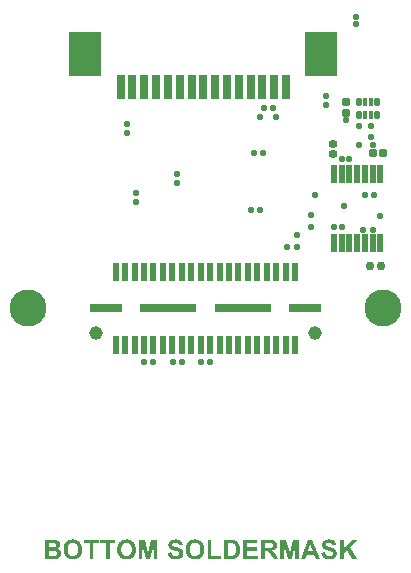
<source format=gbs>
G04*
G04 #@! TF.GenerationSoftware,Altium Limited,Altium Designer,22.5.1 (42)*
G04*
G04 Layer_Color=16711935*
%FSLAX25Y25*%
%MOIN*%
G70*
G04*
G04 #@! TF.SameCoordinates,A2539C74-7FEE-43BD-A04A-5197B4AA8E51*
G04*
G04*
G04 #@! TF.FilePolarity,Negative*
G04*
G01*
G75*
%ADD15R,0.02902X0.08374*%
%ADD16R,0.11051X0.14673*%
%ADD18C,0.04516*%
%ADD19C,0.12311*%
%ADD20C,0.02200*%
%ADD42R,0.01900X0.06300*%
%ADD43R,0.10500X0.03020*%
%ADD44R,0.19004X0.03020*%
%ADD45R,0.02311X0.06209*%
G04:AMPARAMS|DCode=46|XSize=29.59mil|YSize=19.75mil|CornerRadius=5.94mil|HoleSize=0mil|Usage=FLASHONLY|Rotation=90.000|XOffset=0mil|YOffset=0mil|HoleType=Round|Shape=RoundedRectangle|*
%AMROUNDEDRECTD46*
21,1,0.02959,0.00787,0,0,90.0*
21,1,0.01772,0.01975,0,0,90.0*
1,1,0.01187,0.00394,0.00886*
1,1,0.01187,0.00394,-0.00886*
1,1,0.01187,-0.00394,-0.00886*
1,1,0.01187,-0.00394,0.00886*
%
%ADD46ROUNDEDRECTD46*%
G04:AMPARAMS|DCode=47|XSize=29.59mil|YSize=15.81mil|CornerRadius=4.95mil|HoleSize=0mil|Usage=FLASHONLY|Rotation=90.000|XOffset=0mil|YOffset=0mil|HoleType=Round|Shape=RoundedRectangle|*
%AMROUNDEDRECTD47*
21,1,0.02959,0.00591,0,0,90.0*
21,1,0.01968,0.01581,0,0,90.0*
1,1,0.00991,0.00295,0.00984*
1,1,0.00991,0.00295,-0.00984*
1,1,0.00991,-0.00295,-0.00984*
1,1,0.00991,-0.00295,0.00984*
%
%ADD47ROUNDEDRECTD47*%
G04:AMPARAMS|DCode=48|XSize=23.68mil|YSize=27.62mil|CornerRadius=7.12mil|HoleSize=0mil|Usage=FLASHONLY|Rotation=270.000|XOffset=0mil|YOffset=0mil|HoleType=Round|Shape=RoundedRectangle|*
%AMROUNDEDRECTD48*
21,1,0.02368,0.01339,0,0,270.0*
21,1,0.00945,0.02762,0,0,270.0*
1,1,0.01424,-0.00669,-0.00472*
1,1,0.01424,-0.00669,0.00472*
1,1,0.01424,0.00669,0.00472*
1,1,0.01424,0.00669,-0.00472*
%
%ADD48ROUNDEDRECTD48*%
G04:AMPARAMS|DCode=49|XSize=25.26mil|YSize=27.62mil|CornerRadius=7.53mil|HoleSize=0mil|Usage=FLASHONLY|Rotation=180.000|XOffset=0mil|YOffset=0mil|HoleType=Round|Shape=RoundedRectangle|*
%AMROUNDEDRECTD49*
21,1,0.02526,0.01257,0,0,180.0*
21,1,0.01021,0.02762,0,0,180.0*
1,1,0.01506,-0.00510,0.00628*
1,1,0.01506,0.00510,0.00628*
1,1,0.01506,0.00510,-0.00628*
1,1,0.01506,-0.00510,-0.00628*
%
%ADD49ROUNDEDRECTD49*%
G04:AMPARAMS|DCode=50|XSize=25.26mil|YSize=27.62mil|CornerRadius=7.53mil|HoleSize=0mil|Usage=FLASHONLY|Rotation=270.000|XOffset=0mil|YOffset=0mil|HoleType=Round|Shape=RoundedRectangle|*
%AMROUNDEDRECTD50*
21,1,0.02526,0.01257,0,0,270.0*
21,1,0.01021,0.02762,0,0,270.0*
1,1,0.01506,-0.00628,-0.00510*
1,1,0.01506,-0.00628,0.00510*
1,1,0.01506,0.00628,0.00510*
1,1,0.01506,0.00628,-0.00510*
%
%ADD50ROUNDEDRECTD50*%
G04:AMPARAMS|DCode=51|XSize=23.68mil|YSize=27.62mil|CornerRadius=7.12mil|HoleSize=0mil|Usage=FLASHONLY|Rotation=180.000|XOffset=0mil|YOffset=0mil|HoleType=Round|Shape=RoundedRectangle|*
%AMROUNDEDRECTD51*
21,1,0.02368,0.01339,0,0,180.0*
21,1,0.00945,0.02762,0,0,180.0*
1,1,0.01424,-0.00472,0.00669*
1,1,0.01424,0.00472,0.00669*
1,1,0.01424,0.00472,-0.00669*
1,1,0.01424,-0.00472,-0.00669*
%
%ADD51ROUNDEDRECTD51*%
G36*
X100424Y-77008D02*
X100525Y-77017D01*
X100645Y-77026D01*
X100766Y-77044D01*
X100905Y-77063D01*
X101200Y-77128D01*
X101348Y-77174D01*
X101497Y-77220D01*
X101645Y-77285D01*
X101783Y-77359D01*
X101913Y-77442D01*
X102033Y-77535D01*
X102042Y-77544D01*
X102061Y-77562D01*
X102088Y-77590D01*
X102126Y-77627D01*
X102172Y-77683D01*
X102227Y-77747D01*
X102283Y-77821D01*
X102348Y-77905D01*
X102403Y-78007D01*
X102459Y-78108D01*
X102514Y-78228D01*
X102560Y-78358D01*
X102606Y-78487D01*
X102644Y-78636D01*
X102671Y-78784D01*
X102681Y-78950D01*
X101385Y-78996D01*
Y-78987D01*
Y-78978D01*
X101367Y-78913D01*
X101348Y-78830D01*
X101312Y-78728D01*
X101265Y-78608D01*
X101200Y-78497D01*
X101117Y-78386D01*
X101025Y-78293D01*
X101015Y-78284D01*
X100979Y-78256D01*
X100914Y-78219D01*
X100821Y-78182D01*
X100710Y-78145D01*
X100572Y-78108D01*
X100405Y-78080D01*
X100211Y-78071D01*
X100118D01*
X100016Y-78080D01*
X99896Y-78099D01*
X99757Y-78127D01*
X99610Y-78173D01*
X99471Y-78228D01*
X99341Y-78312D01*
X99332Y-78321D01*
X99313Y-78339D01*
X99277Y-78367D01*
X99239Y-78413D01*
X99203Y-78469D01*
X99165Y-78543D01*
X99147Y-78617D01*
X99138Y-78710D01*
Y-78719D01*
Y-78746D01*
X99147Y-78793D01*
X99165Y-78839D01*
X99184Y-78904D01*
X99212Y-78969D01*
X99258Y-79033D01*
X99323Y-79098D01*
X99332Y-79107D01*
X99378Y-79135D01*
X99406Y-79154D01*
X99452Y-79172D01*
X99498Y-79200D01*
X99563Y-79228D01*
X99637Y-79255D01*
X99721Y-79292D01*
X99822Y-79329D01*
X99924Y-79366D01*
X100054Y-79403D01*
X100192Y-79440D01*
X100340Y-79477D01*
X100507Y-79523D01*
X100516D01*
X100553Y-79533D01*
X100599Y-79542D01*
X100664Y-79561D01*
X100738Y-79579D01*
X100830Y-79607D01*
X100932Y-79634D01*
X101034Y-79662D01*
X101256Y-79736D01*
X101487Y-79810D01*
X101709Y-79893D01*
X101802Y-79940D01*
X101894Y-79986D01*
X101903D01*
X101913Y-79995D01*
X101968Y-80032D01*
X102051Y-80088D01*
X102153Y-80162D01*
X102264Y-80254D01*
X102384Y-80365D01*
X102505Y-80495D01*
X102606Y-80643D01*
X102616Y-80661D01*
X102644Y-80717D01*
X102690Y-80800D01*
X102736Y-80920D01*
X102782Y-81068D01*
X102829Y-81244D01*
X102856Y-81438D01*
X102866Y-81660D01*
Y-81669D01*
Y-81688D01*
Y-81716D01*
Y-81753D01*
X102856Y-81799D01*
X102847Y-81864D01*
X102829Y-81993D01*
X102792Y-82160D01*
X102736Y-82336D01*
X102653Y-82511D01*
X102551Y-82696D01*
Y-82705D01*
X102532Y-82715D01*
X102496Y-82770D01*
X102421Y-82863D01*
X102329Y-82964D01*
X102209Y-83085D01*
X102051Y-83196D01*
X101885Y-83307D01*
X101681Y-83408D01*
X101672D01*
X101654Y-83418D01*
X101626Y-83427D01*
X101580Y-83446D01*
X101524Y-83464D01*
X101460Y-83482D01*
X101385Y-83501D01*
X101302Y-83520D01*
X101200Y-83547D01*
X101099Y-83566D01*
X100858Y-83603D01*
X100590Y-83631D01*
X100294Y-83640D01*
X100174D01*
X100091Y-83631D01*
X99989Y-83621D01*
X99878Y-83612D01*
X99748Y-83593D01*
X99610Y-83566D01*
X99304Y-83501D01*
X99147Y-83455D01*
X98999Y-83408D01*
X98842Y-83344D01*
X98694Y-83270D01*
X98555Y-83187D01*
X98426Y-83085D01*
X98416Y-83075D01*
X98398Y-83057D01*
X98361Y-83029D01*
X98324Y-82983D01*
X98268Y-82918D01*
X98213Y-82844D01*
X98148Y-82761D01*
X98083Y-82669D01*
X98018Y-82557D01*
X97954Y-82437D01*
X97889Y-82298D01*
X97824Y-82151D01*
X97778Y-81993D01*
X97723Y-81818D01*
X97685Y-81633D01*
X97658Y-81438D01*
X98916Y-81318D01*
Y-81327D01*
X98925Y-81346D01*
Y-81383D01*
X98934Y-81420D01*
X98971Y-81531D01*
X99018Y-81669D01*
X99073Y-81827D01*
X99156Y-81984D01*
X99249Y-82123D01*
X99369Y-82252D01*
X99388Y-82262D01*
X99434Y-82298D01*
X99508Y-82345D01*
X99619Y-82400D01*
X99757Y-82456D01*
X99915Y-82502D01*
X100100Y-82539D01*
X100312Y-82548D01*
X100414D01*
X100525Y-82530D01*
X100664Y-82511D01*
X100812Y-82484D01*
X100969Y-82437D01*
X101117Y-82372D01*
X101247Y-82289D01*
X101265Y-82280D01*
X101302Y-82243D01*
X101348Y-82187D01*
X101413Y-82113D01*
X101469Y-82021D01*
X101524Y-81910D01*
X101561Y-81799D01*
X101570Y-81669D01*
Y-81660D01*
Y-81633D01*
X101561Y-81586D01*
X101552Y-81531D01*
X101533Y-81475D01*
X101515Y-81410D01*
X101478Y-81346D01*
X101432Y-81281D01*
X101423Y-81272D01*
X101404Y-81253D01*
X101376Y-81226D01*
X101330Y-81188D01*
X101265Y-81142D01*
X101182Y-81096D01*
X101090Y-81050D01*
X100969Y-81003D01*
X100960D01*
X100923Y-80985D01*
X100858Y-80967D01*
X100812Y-80948D01*
X100757Y-80939D01*
X100692Y-80920D01*
X100618Y-80892D01*
X100534Y-80874D01*
X100442Y-80846D01*
X100331Y-80818D01*
X100211Y-80791D01*
X100081Y-80754D01*
X99933Y-80717D01*
X99924D01*
X99887Y-80708D01*
X99831Y-80689D01*
X99767Y-80670D01*
X99683Y-80643D01*
X99582Y-80615D01*
X99480Y-80578D01*
X99360Y-80541D01*
X99119Y-80449D01*
X98888Y-80338D01*
X98768Y-80282D01*
X98666Y-80217D01*
X98564Y-80152D01*
X98481Y-80088D01*
X98472Y-80079D01*
X98453Y-80060D01*
X98426Y-80032D01*
X98388Y-79995D01*
X98342Y-79940D01*
X98296Y-79875D01*
X98241Y-79810D01*
X98194Y-79727D01*
X98083Y-79533D01*
X97991Y-79311D01*
X97954Y-79190D01*
X97926Y-79070D01*
X97908Y-78931D01*
X97898Y-78793D01*
Y-78784D01*
Y-78774D01*
Y-78746D01*
Y-78710D01*
X97917Y-78617D01*
X97935Y-78497D01*
X97963Y-78358D01*
X98009Y-78201D01*
X98074Y-78034D01*
X98167Y-77877D01*
Y-77868D01*
X98176Y-77859D01*
X98222Y-77803D01*
X98277Y-77729D01*
X98370Y-77636D01*
X98481Y-77535D01*
X98620Y-77424D01*
X98777Y-77322D01*
X98962Y-77229D01*
X98971D01*
X98990Y-77220D01*
X99018Y-77211D01*
X99054Y-77192D01*
X99110Y-77174D01*
X99165Y-77156D01*
X99239Y-77137D01*
X99323Y-77109D01*
X99508Y-77072D01*
X99721Y-77035D01*
X99961Y-77008D01*
X100229Y-76998D01*
X100340D01*
X100424Y-77008D01*
D02*
G37*
G36*
X49243Y-77008D02*
X49345Y-77017D01*
X49465Y-77026D01*
X49586Y-77044D01*
X49724Y-77063D01*
X50020Y-77128D01*
X50168Y-77174D01*
X50316Y-77220D01*
X50464Y-77285D01*
X50603Y-77359D01*
X50732Y-77442D01*
X50853Y-77535D01*
X50862Y-77544D01*
X50880Y-77562D01*
X50908Y-77590D01*
X50945Y-77627D01*
X50991Y-77683D01*
X51047Y-77747D01*
X51103Y-77821D01*
X51167Y-77905D01*
X51223Y-78007D01*
X51278Y-78108D01*
X51334Y-78228D01*
X51380Y-78358D01*
X51426Y-78487D01*
X51463Y-78636D01*
X51491Y-78784D01*
X51500Y-78950D01*
X50205Y-78996D01*
Y-78987D01*
Y-78978D01*
X50187Y-78913D01*
X50168Y-78830D01*
X50131Y-78728D01*
X50085Y-78608D01*
X50020Y-78497D01*
X49937Y-78386D01*
X49845Y-78293D01*
X49835Y-78284D01*
X49798Y-78256D01*
X49733Y-78219D01*
X49641Y-78182D01*
X49530Y-78145D01*
X49391Y-78108D01*
X49225Y-78080D01*
X49031Y-78071D01*
X48938D01*
X48836Y-78080D01*
X48716Y-78099D01*
X48577Y-78127D01*
X48429Y-78173D01*
X48291Y-78228D01*
X48161Y-78312D01*
X48152Y-78321D01*
X48133Y-78339D01*
X48096Y-78367D01*
X48059Y-78413D01*
X48022Y-78469D01*
X47985Y-78543D01*
X47967Y-78617D01*
X47958Y-78710D01*
Y-78719D01*
Y-78746D01*
X47967Y-78793D01*
X47985Y-78839D01*
X48004Y-78904D01*
X48031Y-78969D01*
X48078Y-79033D01*
X48142Y-79098D01*
X48152Y-79107D01*
X48198Y-79135D01*
X48226Y-79154D01*
X48272Y-79172D01*
X48318Y-79200D01*
X48383Y-79228D01*
X48457Y-79255D01*
X48540Y-79292D01*
X48642Y-79329D01*
X48744Y-79366D01*
X48873Y-79403D01*
X49012Y-79440D01*
X49160Y-79477D01*
X49327Y-79523D01*
X49336D01*
X49373Y-79533D01*
X49419Y-79542D01*
X49484Y-79561D01*
X49558Y-79579D01*
X49650Y-79607D01*
X49752Y-79634D01*
X49854Y-79662D01*
X50076Y-79736D01*
X50307Y-79810D01*
X50529Y-79893D01*
X50621Y-79940D01*
X50714Y-79986D01*
X50723D01*
X50732Y-79995D01*
X50788Y-80032D01*
X50871Y-80088D01*
X50973Y-80162D01*
X51084Y-80254D01*
X51204Y-80365D01*
X51324Y-80495D01*
X51426Y-80643D01*
X51436Y-80661D01*
X51463Y-80717D01*
X51509Y-80800D01*
X51556Y-80920D01*
X51602Y-81068D01*
X51648Y-81244D01*
X51676Y-81438D01*
X51685Y-81660D01*
Y-81669D01*
Y-81688D01*
Y-81716D01*
Y-81753D01*
X51676Y-81799D01*
X51667Y-81864D01*
X51648Y-81993D01*
X51611Y-82160D01*
X51556Y-82336D01*
X51473Y-82511D01*
X51371Y-82696D01*
Y-82705D01*
X51352Y-82715D01*
X51315Y-82770D01*
X51241Y-82863D01*
X51149Y-82964D01*
X51029Y-83085D01*
X50871Y-83196D01*
X50705Y-83307D01*
X50501Y-83408D01*
X50492D01*
X50473Y-83418D01*
X50446Y-83427D01*
X50400Y-83446D01*
X50344Y-83464D01*
X50279Y-83482D01*
X50205Y-83501D01*
X50122Y-83520D01*
X50020Y-83547D01*
X49918Y-83566D01*
X49678Y-83603D01*
X49410Y-83631D01*
X49114Y-83640D01*
X48994D01*
X48910Y-83631D01*
X48809Y-83621D01*
X48698Y-83612D01*
X48568Y-83593D01*
X48429Y-83566D01*
X48124Y-83501D01*
X47967Y-83455D01*
X47819Y-83408D01*
X47662Y-83344D01*
X47513Y-83270D01*
X47375Y-83187D01*
X47245Y-83085D01*
X47236Y-83075D01*
X47218Y-83057D01*
X47181Y-83029D01*
X47144Y-82983D01*
X47088Y-82918D01*
X47032Y-82844D01*
X46968Y-82761D01*
X46903Y-82669D01*
X46838Y-82557D01*
X46773Y-82437D01*
X46709Y-82298D01*
X46644Y-82151D01*
X46598Y-81993D01*
X46542Y-81818D01*
X46505Y-81633D01*
X46477Y-81438D01*
X47736Y-81318D01*
Y-81327D01*
X47745Y-81346D01*
Y-81383D01*
X47754Y-81420D01*
X47791Y-81531D01*
X47837Y-81669D01*
X47893Y-81827D01*
X47976Y-81984D01*
X48068Y-82123D01*
X48189Y-82252D01*
X48207Y-82262D01*
X48254Y-82298D01*
X48327Y-82345D01*
X48439Y-82400D01*
X48577Y-82456D01*
X48735Y-82502D01*
X48919Y-82539D01*
X49132Y-82548D01*
X49234D01*
X49345Y-82530D01*
X49484Y-82511D01*
X49632Y-82484D01*
X49789Y-82437D01*
X49937Y-82372D01*
X50067Y-82289D01*
X50085Y-82280D01*
X50122Y-82243D01*
X50168Y-82187D01*
X50233Y-82113D01*
X50288Y-82021D01*
X50344Y-81910D01*
X50381Y-81799D01*
X50390Y-81669D01*
Y-81660D01*
Y-81633D01*
X50381Y-81586D01*
X50372Y-81531D01*
X50353Y-81475D01*
X50335Y-81410D01*
X50298Y-81346D01*
X50252Y-81281D01*
X50242Y-81272D01*
X50224Y-81253D01*
X50196Y-81226D01*
X50150Y-81188D01*
X50085Y-81142D01*
X50002Y-81096D01*
X49909Y-81050D01*
X49789Y-81003D01*
X49780D01*
X49743Y-80985D01*
X49678Y-80967D01*
X49632Y-80948D01*
X49576Y-80939D01*
X49512Y-80920D01*
X49437Y-80892D01*
X49354Y-80874D01*
X49262Y-80846D01*
X49151Y-80818D01*
X49031Y-80791D01*
X48901Y-80754D01*
X48753Y-80717D01*
X48744D01*
X48707Y-80708D01*
X48651Y-80689D01*
X48586Y-80670D01*
X48503Y-80643D01*
X48401Y-80615D01*
X48300Y-80578D01*
X48180Y-80541D01*
X47939Y-80449D01*
X47708Y-80338D01*
X47587Y-80282D01*
X47486Y-80217D01*
X47384Y-80152D01*
X47301Y-80088D01*
X47291Y-80079D01*
X47273Y-80060D01*
X47245Y-80032D01*
X47208Y-79995D01*
X47162Y-79940D01*
X47116Y-79875D01*
X47060Y-79810D01*
X47014Y-79727D01*
X46903Y-79533D01*
X46810Y-79311D01*
X46773Y-79190D01*
X46746Y-79070D01*
X46727Y-78931D01*
X46718Y-78793D01*
Y-78784D01*
Y-78774D01*
Y-78746D01*
Y-78710D01*
X46736Y-78617D01*
X46755Y-78497D01*
X46783Y-78358D01*
X46829Y-78201D01*
X46894Y-78034D01*
X46986Y-77877D01*
Y-77868D01*
X46995Y-77859D01*
X47042Y-77803D01*
X47097Y-77729D01*
X47190Y-77636D01*
X47301Y-77535D01*
X47440Y-77424D01*
X47597Y-77322D01*
X47782Y-77229D01*
X47791D01*
X47809Y-77220D01*
X47837Y-77211D01*
X47874Y-77192D01*
X47930Y-77174D01*
X47985Y-77156D01*
X48059Y-77137D01*
X48142Y-77109D01*
X48327Y-77072D01*
X48540Y-77035D01*
X48781Y-77008D01*
X49049Y-76998D01*
X49160D01*
X49243Y-77008D01*
D02*
G37*
G36*
X107204Y-79616D02*
X109748Y-83520D01*
X108073D01*
X106307Y-80513D01*
X105261Y-81586D01*
Y-83520D01*
X103966D01*
Y-77118D01*
X105261D01*
Y-79967D01*
X107888Y-77118D01*
X109627D01*
X107204Y-79616D01*
D02*
G37*
G36*
X90230Y-83520D02*
X89037D01*
X89028Y-78487D01*
X87770Y-83520D01*
X86521D01*
X85263Y-78487D01*
Y-83520D01*
X84070D01*
Y-77118D01*
X86003D01*
X87150Y-81494D01*
X88288Y-77118D01*
X90230D01*
Y-83520D01*
D02*
G37*
G36*
X43018D02*
X41825D01*
X41816Y-78487D01*
X40558Y-83520D01*
X39309D01*
X38051Y-78487D01*
Y-83520D01*
X36858D01*
Y-77118D01*
X38791D01*
X39938Y-81494D01*
X41076Y-77118D01*
X43018D01*
Y-83520D01*
D02*
G37*
G36*
X97306Y-83520D02*
X95910D01*
X95354Y-82067D01*
X92783D01*
X92256Y-83520D01*
X90887Y-83520D01*
X93366Y-77118D01*
X94735D01*
X97306Y-83520D01*
D02*
G37*
G36*
X80601Y-77128D02*
X80703D01*
X80804Y-77137D01*
X80924D01*
X81165Y-77165D01*
X81415Y-77192D01*
X81646Y-77239D01*
X81748Y-77267D01*
X81840Y-77294D01*
X81849D01*
X81859Y-77303D01*
X81914Y-77331D01*
X81998Y-77377D01*
X82108Y-77433D01*
X82229Y-77526D01*
X82349Y-77627D01*
X82469Y-77757D01*
X82580Y-77914D01*
Y-77923D01*
X82590Y-77933D01*
X82608Y-77960D01*
X82626Y-77988D01*
X82673Y-78080D01*
X82728Y-78201D01*
X82775Y-78349D01*
X82821Y-78515D01*
X82858Y-78710D01*
X82867Y-78913D01*
Y-78922D01*
Y-78941D01*
Y-78987D01*
X82858Y-79033D01*
Y-79098D01*
X82849Y-79163D01*
X82811Y-79329D01*
X82765Y-79523D01*
X82691Y-79718D01*
X82580Y-79921D01*
X82516Y-80014D01*
X82442Y-80106D01*
X82432Y-80115D01*
X82423Y-80125D01*
X82395Y-80152D01*
X82358Y-80180D01*
X82321Y-80217D01*
X82266Y-80264D01*
X82201Y-80310D01*
X82127Y-80356D01*
X82044Y-80411D01*
X81942Y-80458D01*
X81840Y-80504D01*
X81729Y-80550D01*
X81600Y-80597D01*
X81470Y-80633D01*
X81331Y-80670D01*
X81174Y-80698D01*
X81183D01*
X81193Y-80708D01*
X81248Y-80744D01*
X81322Y-80791D01*
X81415Y-80856D01*
X81526Y-80939D01*
X81637Y-81022D01*
X81757Y-81124D01*
X81859Y-81235D01*
X81868Y-81244D01*
X81914Y-81290D01*
X81970Y-81364D01*
X82053Y-81475D01*
X82164Y-81614D01*
X82219Y-81707D01*
X82284Y-81799D01*
X82358Y-81901D01*
X82432Y-82012D01*
X82516Y-82141D01*
X82599Y-82271D01*
X83385Y-83520D01*
X81831D01*
X80906Y-82132D01*
X80897Y-82123D01*
X80888Y-82095D01*
X80860Y-82058D01*
X80823Y-82012D01*
X80786Y-81956D01*
X80739Y-81882D01*
X80638Y-81734D01*
X80518Y-81568D01*
X80406Y-81420D01*
X80305Y-81281D01*
X80259Y-81235D01*
X80221Y-81188D01*
X80212Y-81179D01*
X80194Y-81161D01*
X80157Y-81124D01*
X80111Y-81077D01*
X80046Y-81041D01*
X79981Y-80994D01*
X79907Y-80957D01*
X79833Y-80920D01*
X79824D01*
X79796Y-80911D01*
X79750Y-80892D01*
X79676Y-80883D01*
X79583Y-80865D01*
X79472Y-80856D01*
X79343Y-80846D01*
X78926D01*
Y-83520D01*
X77631D01*
Y-77118D01*
X80518D01*
X80601Y-77128D01*
D02*
G37*
G36*
X76411Y-78201D02*
X72960D01*
Y-79616D01*
X76170D01*
Y-80698D01*
X72960D01*
Y-82437D01*
X76531D01*
Y-83520D01*
X71665D01*
Y-77118D01*
X76411D01*
Y-78201D01*
D02*
G37*
G36*
X67836Y-77128D02*
X68011Y-77137D01*
X68206Y-77146D01*
X68409Y-77174D01*
X68603Y-77202D01*
X68779Y-77248D01*
X68788D01*
X68807Y-77257D01*
X68835Y-77267D01*
X68872Y-77276D01*
X68983Y-77322D01*
X69112Y-77387D01*
X69260Y-77470D01*
X69427Y-77572D01*
X69584Y-77692D01*
X69741Y-77840D01*
X69750D01*
X69760Y-77859D01*
X69806Y-77914D01*
X69880Y-78007D01*
X69963Y-78127D01*
X70065Y-78275D01*
X70167Y-78451D01*
X70268Y-78654D01*
X70352Y-78876D01*
Y-78885D01*
X70361Y-78904D01*
X70370Y-78941D01*
X70389Y-78987D01*
X70398Y-79043D01*
X70416Y-79116D01*
X70435Y-79200D01*
X70463Y-79292D01*
X70481Y-79394D01*
X70500Y-79514D01*
X70518Y-79634D01*
X70527Y-79773D01*
X70555Y-80060D01*
X70565Y-80384D01*
Y-80393D01*
Y-80421D01*
Y-80458D01*
Y-80513D01*
X70555Y-80587D01*
Y-80661D01*
X70546Y-80754D01*
X70537Y-80856D01*
X70518Y-81068D01*
X70481Y-81290D01*
X70426Y-81521D01*
X70361Y-81744D01*
Y-81753D01*
X70352Y-81771D01*
X70333Y-81808D01*
X70315Y-81864D01*
X70296Y-81919D01*
X70259Y-81984D01*
X70185Y-82151D01*
X70093Y-82326D01*
X69972Y-82521D01*
X69834Y-82705D01*
X69677Y-82881D01*
X69658Y-82900D01*
X69612Y-82937D01*
X69538Y-82992D01*
X69436Y-83066D01*
X69306Y-83149D01*
X69159Y-83233D01*
X68973Y-83316D01*
X68770Y-83390D01*
X68761D01*
X68752Y-83399D01*
X68724D01*
X68696Y-83408D01*
X68594Y-83427D01*
X68465Y-83455D01*
X68308Y-83482D01*
X68113Y-83501D01*
X67882Y-83510D01*
X67632Y-83520D01*
X65209D01*
Y-77118D01*
X67762D01*
X67836Y-77128D01*
D02*
G37*
G36*
X61065Y-82437D02*
X64284D01*
Y-83520D01*
X59770D01*
Y-77165D01*
X61065D01*
Y-82437D01*
D02*
G37*
G36*
X29078Y-78201D02*
X27191D01*
Y-83520D01*
X25896D01*
Y-78201D01*
X24000D01*
Y-77118D01*
X29078D01*
Y-78201D01*
D02*
G37*
G36*
X23611D02*
X21724D01*
Y-83520D01*
X20429D01*
Y-78201D01*
X18533D01*
Y-77118D01*
X23611D01*
Y-78201D01*
D02*
G37*
G36*
X8552Y-77128D02*
X8738Y-77137D01*
X8923Y-77146D01*
X9098Y-77165D01*
X9256Y-77183D01*
X9274D01*
X9320Y-77192D01*
X9385Y-77211D01*
X9477Y-77239D01*
X9579Y-77276D01*
X9690Y-77322D01*
X9810Y-77377D01*
X9922Y-77451D01*
X9931Y-77461D01*
X9968Y-77488D01*
X10023Y-77535D01*
X10097Y-77590D01*
X10171Y-77674D01*
X10255Y-77766D01*
X10338Y-77868D01*
X10412Y-77988D01*
X10421Y-78007D01*
X10440Y-78044D01*
X10476Y-78118D01*
X10514Y-78210D01*
X10550Y-78321D01*
X10588Y-78441D01*
X10606Y-78589D01*
X10615Y-78737D01*
Y-78746D01*
Y-78756D01*
Y-78811D01*
X10606Y-78895D01*
X10588Y-79005D01*
X10550Y-79135D01*
X10514Y-79274D01*
X10449Y-79413D01*
X10366Y-79561D01*
X10356Y-79579D01*
X10319Y-79625D01*
X10264Y-79690D01*
X10199Y-79773D01*
X10107Y-79856D01*
X9995Y-79958D01*
X9866Y-80041D01*
X9718Y-80125D01*
X9727D01*
X9746Y-80134D01*
X9774Y-80143D01*
X9810Y-80152D01*
X9922Y-80199D01*
X10051Y-80264D01*
X10190Y-80338D01*
X10347Y-80439D01*
X10486Y-80559D01*
X10615Y-80708D01*
X10625Y-80726D01*
X10661Y-80782D01*
X10717Y-80865D01*
X10773Y-80976D01*
X10828Y-81124D01*
X10883Y-81281D01*
X10921Y-81466D01*
X10930Y-81669D01*
Y-81679D01*
Y-81688D01*
Y-81744D01*
X10921Y-81827D01*
X10902Y-81938D01*
X10883Y-82067D01*
X10847Y-82215D01*
X10791Y-82363D01*
X10726Y-82521D01*
X10717Y-82539D01*
X10689Y-82585D01*
X10643Y-82659D01*
X10578Y-82752D01*
X10504Y-82863D01*
X10402Y-82964D01*
X10301Y-83075D01*
X10171Y-83177D01*
X10153Y-83187D01*
X10107Y-83214D01*
X10033Y-83261D01*
X9931Y-83307D01*
X9801Y-83362D01*
X9653Y-83408D01*
X9487Y-83455D01*
X9302Y-83482D01*
X9265D01*
X9228Y-83492D01*
X9135D01*
X9070Y-83501D01*
X8895D01*
X8784Y-83510D01*
X8506D01*
X8349Y-83520D01*
X5574D01*
Y-77118D01*
X8386D01*
X8552Y-77128D01*
D02*
G37*
G36*
X55746Y-77008D02*
X55839D01*
X55959Y-77026D01*
X56098Y-77044D01*
X56255Y-77072D01*
X56421Y-77109D01*
X56597Y-77156D01*
X56782Y-77211D01*
X56967Y-77285D01*
X57161Y-77368D01*
X57346Y-77470D01*
X57531Y-77590D01*
X57707Y-77729D01*
X57873Y-77886D01*
X57883Y-77895D01*
X57911Y-77923D01*
X57957Y-77979D01*
X58003Y-78044D01*
X58068Y-78136D01*
X58142Y-78247D01*
X58216Y-78377D01*
X58299Y-78525D01*
X58382Y-78682D01*
X58456Y-78867D01*
X58530Y-79070D01*
X58595Y-79283D01*
X58650Y-79523D01*
X58688Y-79773D01*
X58715Y-80041D01*
X58724Y-80328D01*
Y-80347D01*
Y-80393D01*
X58715Y-80476D01*
Y-80587D01*
X58697Y-80717D01*
X58678Y-80865D01*
X58650Y-81041D01*
X58623Y-81216D01*
X58577Y-81410D01*
X58521Y-81614D01*
X58447Y-81818D01*
X58364Y-82021D01*
X58271Y-82215D01*
X58151Y-82410D01*
X58021Y-82595D01*
X57873Y-82770D01*
X57864Y-82780D01*
X57837Y-82807D01*
X57790Y-82854D01*
X57716Y-82909D01*
X57633Y-82974D01*
X57531Y-83048D01*
X57411Y-83122D01*
X57282Y-83205D01*
X57124Y-83288D01*
X56958Y-83362D01*
X56773Y-83436D01*
X56569Y-83501D01*
X56357Y-83556D01*
X56125Y-83603D01*
X55885Y-83631D01*
X55626Y-83640D01*
X55561D01*
X55487Y-83631D01*
X55395Y-83621D01*
X55274Y-83612D01*
X55136Y-83593D01*
X54978Y-83566D01*
X54812Y-83529D01*
X54627Y-83482D01*
X54451Y-83427D01*
X54257Y-83353D01*
X54072Y-83270D01*
X53878Y-83177D01*
X53702Y-83057D01*
X53526Y-82928D01*
X53360Y-82770D01*
X53350Y-82761D01*
X53322Y-82733D01*
X53285Y-82678D01*
X53230Y-82613D01*
X53165Y-82521D01*
X53091Y-82410D01*
X53017Y-82289D01*
X52943Y-82141D01*
X52860Y-81984D01*
X52786Y-81799D01*
X52712Y-81605D01*
X52647Y-81392D01*
X52592Y-81161D01*
X52555Y-80911D01*
X52527Y-80643D01*
X52518Y-80365D01*
Y-80356D01*
Y-80319D01*
Y-80273D01*
X52527Y-80199D01*
Y-80115D01*
X52536Y-80023D01*
X52545Y-79912D01*
X52555Y-79792D01*
X52592Y-79533D01*
X52638Y-79255D01*
X52712Y-78978D01*
X52804Y-78719D01*
Y-78710D01*
X52814Y-78700D01*
X52832Y-78672D01*
X52842Y-78636D01*
X52897Y-78543D01*
X52962Y-78423D01*
X53045Y-78284D01*
X53147Y-78145D01*
X53267Y-77988D01*
X53396Y-77840D01*
X53406Y-77831D01*
X53415Y-77821D01*
X53461Y-77775D01*
X53544Y-77701D01*
X53646Y-77618D01*
X53767Y-77526D01*
X53905Y-77424D01*
X54062Y-77331D01*
X54229Y-77257D01*
X54238D01*
X54257Y-77248D01*
X54294Y-77229D01*
X54340Y-77220D01*
X54396Y-77192D01*
X54460Y-77174D01*
X54544Y-77156D01*
X54627Y-77128D01*
X54830Y-77082D01*
X55062Y-77035D01*
X55330Y-77008D01*
X55607Y-76998D01*
X55672D01*
X55746Y-77008D01*
D02*
G37*
G36*
X32880Y-77008D02*
X32972D01*
X33093Y-77026D01*
X33231Y-77044D01*
X33389Y-77072D01*
X33555Y-77109D01*
X33731Y-77156D01*
X33916Y-77211D01*
X34101Y-77285D01*
X34295Y-77368D01*
X34480Y-77470D01*
X34665Y-77590D01*
X34841Y-77729D01*
X35008Y-77886D01*
X35017Y-77895D01*
X35045Y-77923D01*
X35091Y-77979D01*
X35137Y-78044D01*
X35202Y-78136D01*
X35276Y-78247D01*
X35350Y-78377D01*
X35433Y-78525D01*
X35516Y-78682D01*
X35590Y-78867D01*
X35664Y-79070D01*
X35729Y-79283D01*
X35785Y-79523D01*
X35822Y-79773D01*
X35849Y-80041D01*
X35859Y-80328D01*
Y-80347D01*
Y-80393D01*
X35849Y-80476D01*
Y-80587D01*
X35831Y-80717D01*
X35812Y-80865D01*
X35785Y-81041D01*
X35757Y-81216D01*
X35710Y-81410D01*
X35655Y-81614D01*
X35581Y-81818D01*
X35498Y-82021D01*
X35405Y-82215D01*
X35285Y-82410D01*
X35155Y-82595D01*
X35008Y-82770D01*
X34998Y-82780D01*
X34971Y-82807D01*
X34924Y-82854D01*
X34850Y-82909D01*
X34767Y-82974D01*
X34665Y-83048D01*
X34545Y-83122D01*
X34416Y-83205D01*
X34258Y-83288D01*
X34092Y-83362D01*
X33907Y-83436D01*
X33703Y-83501D01*
X33490Y-83556D01*
X33259Y-83603D01*
X33019Y-83631D01*
X32760Y-83640D01*
X32695D01*
X32621Y-83631D01*
X32528Y-83621D01*
X32408Y-83612D01*
X32269Y-83593D01*
X32112Y-83566D01*
X31946Y-83529D01*
X31761Y-83482D01*
X31585Y-83427D01*
X31391Y-83353D01*
X31206Y-83270D01*
X31012Y-83177D01*
X30836Y-83057D01*
X30660Y-82928D01*
X30494Y-82770D01*
X30484Y-82761D01*
X30457Y-82733D01*
X30419Y-82678D01*
X30364Y-82613D01*
X30299Y-82521D01*
X30225Y-82410D01*
X30151Y-82289D01*
X30077Y-82141D01*
X29994Y-81984D01*
X29920Y-81799D01*
X29846Y-81605D01*
X29781Y-81392D01*
X29726Y-81161D01*
X29689Y-80911D01*
X29661Y-80643D01*
X29652Y-80365D01*
Y-80356D01*
Y-80319D01*
Y-80273D01*
X29661Y-80199D01*
Y-80115D01*
X29670Y-80023D01*
X29680Y-79912D01*
X29689Y-79792D01*
X29726Y-79533D01*
X29772Y-79255D01*
X29846Y-78978D01*
X29939Y-78719D01*
Y-78710D01*
X29948Y-78700D01*
X29966Y-78672D01*
X29976Y-78636D01*
X30031Y-78543D01*
X30096Y-78423D01*
X30179Y-78284D01*
X30281Y-78145D01*
X30401Y-77988D01*
X30531Y-77840D01*
X30540Y-77831D01*
X30549Y-77821D01*
X30595Y-77775D01*
X30678Y-77701D01*
X30780Y-77618D01*
X30900Y-77526D01*
X31039Y-77424D01*
X31196Y-77331D01*
X31363Y-77257D01*
X31372D01*
X31391Y-77248D01*
X31428Y-77229D01*
X31474Y-77220D01*
X31530Y-77192D01*
X31594Y-77174D01*
X31677Y-77156D01*
X31761Y-77128D01*
X31964Y-77082D01*
X32195Y-77035D01*
X32464Y-77008D01*
X32741Y-76998D01*
X32806D01*
X32880Y-77008D01*
D02*
G37*
G36*
X14990D02*
X15083D01*
X15203Y-77026D01*
X15342Y-77044D01*
X15499Y-77072D01*
X15666Y-77109D01*
X15842Y-77156D01*
X16026Y-77211D01*
X16211Y-77285D01*
X16406Y-77368D01*
X16591Y-77470D01*
X16776Y-77590D01*
X16951Y-77729D01*
X17118Y-77886D01*
X17127Y-77895D01*
X17155Y-77923D01*
X17201Y-77979D01*
X17247Y-78044D01*
X17312Y-78136D01*
X17386Y-78247D01*
X17460Y-78377D01*
X17544Y-78525D01*
X17627Y-78682D01*
X17701Y-78867D01*
X17775Y-79070D01*
X17840Y-79283D01*
X17895Y-79523D01*
X17932Y-79773D01*
X17960Y-80041D01*
X17969Y-80328D01*
Y-80347D01*
Y-80393D01*
X17960Y-80476D01*
Y-80587D01*
X17941Y-80717D01*
X17923Y-80865D01*
X17895Y-81041D01*
X17867Y-81216D01*
X17821Y-81410D01*
X17765Y-81614D01*
X17692Y-81818D01*
X17608Y-82021D01*
X17516Y-82215D01*
X17395Y-82410D01*
X17266Y-82595D01*
X17118Y-82770D01*
X17109Y-82780D01*
X17081Y-82807D01*
X17035Y-82854D01*
X16961Y-82909D01*
X16878Y-82974D01*
X16776Y-83048D01*
X16656Y-83122D01*
X16526Y-83205D01*
X16369Y-83288D01*
X16202Y-83362D01*
X16017Y-83436D01*
X15814Y-83501D01*
X15601Y-83556D01*
X15370Y-83603D01*
X15129Y-83631D01*
X14870Y-83640D01*
X14806D01*
X14731Y-83631D01*
X14639Y-83621D01*
X14519Y-83612D01*
X14380Y-83593D01*
X14223Y-83566D01*
X14056Y-83529D01*
X13871Y-83482D01*
X13695Y-83427D01*
X13501Y-83353D01*
X13316Y-83270D01*
X13122Y-83177D01*
X12946Y-83057D01*
X12770Y-82928D01*
X12604Y-82770D01*
X12595Y-82761D01*
X12567Y-82733D01*
X12530Y-82678D01*
X12474Y-82613D01*
X12410Y-82521D01*
X12336Y-82410D01*
X12262Y-82289D01*
X12188Y-82141D01*
X12105Y-81984D01*
X12031Y-81799D01*
X11957Y-81605D01*
X11892Y-81392D01*
X11836Y-81161D01*
X11799Y-80911D01*
X11772Y-80643D01*
X11762Y-80365D01*
Y-80356D01*
Y-80319D01*
Y-80273D01*
X11772Y-80199D01*
Y-80115D01*
X11781Y-80023D01*
X11790Y-79912D01*
X11799Y-79792D01*
X11836Y-79533D01*
X11883Y-79255D01*
X11957Y-78978D01*
X12049Y-78719D01*
Y-78710D01*
X12058Y-78700D01*
X12077Y-78672D01*
X12086Y-78636D01*
X12141Y-78543D01*
X12206Y-78423D01*
X12290Y-78284D01*
X12391Y-78145D01*
X12512Y-77988D01*
X12641Y-77840D01*
X12650Y-77831D01*
X12660Y-77821D01*
X12706Y-77775D01*
X12789Y-77701D01*
X12891Y-77618D01*
X13011Y-77526D01*
X13150Y-77424D01*
X13307Y-77331D01*
X13474Y-77257D01*
X13483D01*
X13501Y-77248D01*
X13538Y-77229D01*
X13585Y-77220D01*
X13640Y-77192D01*
X13705Y-77174D01*
X13788Y-77156D01*
X13871Y-77128D01*
X14075Y-77082D01*
X14306Y-77035D01*
X14574Y-77008D01*
X14852Y-76998D01*
X14917D01*
X14990Y-77008D01*
D02*
G37*
%LPC*%
G36*
X94041Y-78608D02*
X93172Y-80985D01*
X94938D01*
X94041Y-78608D01*
D02*
G37*
G36*
X80406Y-78201D02*
X78926D01*
Y-79829D01*
X80185D01*
X80370Y-79820D01*
X80564Y-79810D01*
X80758Y-79801D01*
X80841Y-79792D01*
X80915Y-79782D01*
X80989Y-79764D01*
X81036Y-79755D01*
X81045D01*
X81072Y-79736D01*
X81119Y-79718D01*
X81165Y-79690D01*
X81285Y-79607D01*
X81341Y-79551D01*
X81396Y-79487D01*
X81406Y-79477D01*
X81415Y-79449D01*
X81442Y-79413D01*
X81470Y-79357D01*
X81489Y-79283D01*
X81516Y-79200D01*
X81526Y-79107D01*
X81535Y-79005D01*
Y-78987D01*
Y-78950D01*
X81526Y-78895D01*
X81516Y-78821D01*
X81489Y-78737D01*
X81461Y-78654D01*
X81415Y-78562D01*
X81359Y-78487D01*
X81350Y-78478D01*
X81331Y-78451D01*
X81285Y-78423D01*
X81230Y-78377D01*
X81165Y-78330D01*
X81082Y-78293D01*
X80980Y-78256D01*
X80869Y-78228D01*
X80860D01*
X80832Y-78219D01*
X80777D01*
X80693Y-78210D01*
X80490D01*
X80406Y-78201D01*
D02*
G37*
G36*
X67345D02*
X66504D01*
Y-82437D01*
X67642D01*
X67762Y-82428D01*
X67891D01*
X68021Y-82410D01*
X68141Y-82400D01*
X68243Y-82382D01*
X68261D01*
X68298Y-82363D01*
X68354Y-82345D01*
X68428Y-82317D01*
X68511Y-82280D01*
X68594Y-82234D01*
X68678Y-82178D01*
X68761Y-82113D01*
X68770Y-82104D01*
X68798Y-82077D01*
X68835Y-82030D01*
X68881Y-81966D01*
X68927Y-81882D01*
X68992Y-81780D01*
X69038Y-81651D01*
X69094Y-81503D01*
Y-81494D01*
X69103Y-81485D01*
Y-81457D01*
X69112Y-81420D01*
X69131Y-81383D01*
X69140Y-81327D01*
X69168Y-81188D01*
X69186Y-81022D01*
X69214Y-80828D01*
X69223Y-80587D01*
X69232Y-80328D01*
Y-80319D01*
Y-80291D01*
Y-80254D01*
Y-80208D01*
Y-80143D01*
X69223Y-80069D01*
X69214Y-79912D01*
X69195Y-79727D01*
X69177Y-79533D01*
X69140Y-79357D01*
X69094Y-79190D01*
Y-79181D01*
X69085Y-79172D01*
X69066Y-79126D01*
X69038Y-79052D01*
X69001Y-78959D01*
X68946Y-78867D01*
X68881Y-78765D01*
X68807Y-78663D01*
X68724Y-78571D01*
X68714Y-78562D01*
X68687Y-78534D01*
X68631Y-78497D01*
X68567Y-78451D01*
X68474Y-78395D01*
X68372Y-78349D01*
X68261Y-78303D01*
X68132Y-78266D01*
X68123D01*
X68076Y-78256D01*
X68002Y-78247D01*
X67901Y-78228D01*
X67836D01*
X67752Y-78219D01*
X67669D01*
X67577Y-78210D01*
X67466D01*
X67345Y-78201D01*
D02*
G37*
G36*
X8155Y-78182D02*
X6869D01*
Y-79662D01*
X8108D01*
X8266Y-79653D01*
X8552D01*
X8608Y-79644D01*
X8664D01*
X8700Y-79634D01*
X8756Y-79625D01*
X8839Y-79598D01*
X8923Y-79570D01*
X9006Y-79533D01*
X9089Y-79487D01*
X9163Y-79422D01*
X9172Y-79413D01*
X9191Y-79385D01*
X9228Y-79348D01*
X9265Y-79283D01*
X9292Y-79209D01*
X9330Y-79126D01*
X9348Y-79024D01*
X9357Y-78913D01*
Y-78904D01*
Y-78867D01*
X9348Y-78811D01*
X9339Y-78737D01*
X9320Y-78663D01*
X9283Y-78589D01*
X9246Y-78506D01*
X9191Y-78432D01*
X9182Y-78423D01*
X9163Y-78404D01*
X9117Y-78367D01*
X9070Y-78330D01*
X8997Y-78293D01*
X8913Y-78256D01*
X8811Y-78228D01*
X8700Y-78210D01*
X8691D01*
X8654Y-78201D01*
X8552D01*
X8497Y-78192D01*
X8257D01*
X8155Y-78182D01*
D02*
G37*
G36*
X8210Y-80726D02*
X6869D01*
Y-82437D01*
X8293D01*
X8432Y-82428D01*
X8580D01*
X8728Y-82419D01*
X8849Y-82410D01*
X8904D01*
X8941Y-82400D01*
X8950D01*
X8987Y-82391D01*
X9043Y-82372D01*
X9108Y-82354D01*
X9182Y-82317D01*
X9265Y-82271D01*
X9339Y-82215D01*
X9413Y-82151D01*
X9422Y-82141D01*
X9441Y-82113D01*
X9468Y-82067D01*
X9505Y-82003D01*
X9542Y-81928D01*
X9570Y-81836D01*
X9589Y-81725D01*
X9598Y-81605D01*
Y-81595D01*
Y-81559D01*
X9589Y-81503D01*
X9579Y-81438D01*
X9561Y-81355D01*
X9533Y-81281D01*
X9496Y-81198D01*
X9450Y-81115D01*
X9441Y-81105D01*
X9422Y-81077D01*
X9394Y-81041D01*
X9348Y-81003D01*
X9292Y-80948D01*
X9218Y-80902D01*
X9135Y-80856D01*
X9043Y-80818D01*
X9033D01*
X8987Y-80800D01*
X8913Y-80791D01*
X8867Y-80782D01*
X8802Y-80772D01*
X8738Y-80763D01*
X8654Y-80754D01*
X8562Y-80744D01*
X8451D01*
X8340Y-80735D01*
X8210Y-80726D01*
D02*
G37*
G36*
X55626Y-78099D02*
X55552D01*
X55496Y-78108D01*
X55422Y-78118D01*
X55348Y-78127D01*
X55163Y-78164D01*
X54960Y-78238D01*
X54849Y-78275D01*
X54738Y-78330D01*
X54636Y-78395D01*
X54525Y-78469D01*
X54423Y-78552D01*
X54331Y-78654D01*
X54321Y-78663D01*
X54312Y-78682D01*
X54285Y-78710D01*
X54257Y-78756D01*
X54220Y-78821D01*
X54183Y-78885D01*
X54137Y-78969D01*
X54090Y-79070D01*
X54044Y-79181D01*
X53998Y-79302D01*
X53961Y-79440D01*
X53924Y-79588D01*
X53896Y-79755D01*
X53868Y-79931D01*
X53859Y-80115D01*
X53850Y-80319D01*
Y-80328D01*
Y-80365D01*
Y-80421D01*
X53859Y-80495D01*
X53868Y-80587D01*
X53878Y-80698D01*
X53896Y-80809D01*
X53914Y-80939D01*
X53970Y-81207D01*
X54062Y-81475D01*
X54118Y-81614D01*
X54183Y-81744D01*
X54266Y-81864D01*
X54349Y-81975D01*
X54359Y-81984D01*
X54377Y-82003D01*
X54405Y-82030D01*
X54442Y-82058D01*
X54488Y-82104D01*
X54553Y-82151D01*
X54618Y-82206D01*
X54701Y-82252D01*
X54877Y-82363D01*
X55098Y-82446D01*
X55219Y-82484D01*
X55348Y-82511D01*
X55487Y-82530D01*
X55626Y-82539D01*
X55700D01*
X55755Y-82530D01*
X55820Y-82521D01*
X55894Y-82511D01*
X56070Y-82465D01*
X56273Y-82400D01*
X56375Y-82354D01*
X56486Y-82308D01*
X56588Y-82243D01*
X56699Y-82169D01*
X56801Y-82086D01*
X56893Y-81984D01*
X56902Y-81975D01*
X56911Y-81956D01*
X56939Y-81928D01*
X56967Y-81882D01*
X57013Y-81818D01*
X57050Y-81744D01*
X57096Y-81660D01*
X57143Y-81559D01*
X57189Y-81447D01*
X57235Y-81327D01*
X57282Y-81188D01*
X57319Y-81031D01*
X57346Y-80874D01*
X57374Y-80698D01*
X57383Y-80504D01*
X57393Y-80300D01*
Y-80291D01*
Y-80254D01*
Y-80199D01*
X57383Y-80115D01*
X57374Y-80023D01*
X57365Y-79921D01*
X57355Y-79801D01*
X57328Y-79681D01*
X57272Y-79413D01*
X57189Y-79135D01*
X57134Y-78996D01*
X57069Y-78876D01*
X56985Y-78756D01*
X56902Y-78645D01*
X56893Y-78636D01*
X56884Y-78617D01*
X56856Y-78598D01*
X56819Y-78562D01*
X56763Y-78515D01*
X56708Y-78469D01*
X56643Y-78423D01*
X56560Y-78367D01*
X56477Y-78321D01*
X56375Y-78275D01*
X56162Y-78182D01*
X56042Y-78145D01*
X55913Y-78127D01*
X55774Y-78108D01*
X55626Y-78099D01*
D02*
G37*
G36*
X32760Y-78099D02*
X32686D01*
X32630Y-78108D01*
X32556Y-78118D01*
X32482Y-78127D01*
X32297Y-78164D01*
X32094Y-78238D01*
X31983Y-78275D01*
X31872Y-78330D01*
X31770Y-78395D01*
X31659Y-78469D01*
X31557Y-78552D01*
X31465Y-78654D01*
X31455Y-78663D01*
X31446Y-78682D01*
X31418Y-78710D01*
X31391Y-78756D01*
X31354Y-78821D01*
X31317Y-78885D01*
X31271Y-78969D01*
X31224Y-79070D01*
X31178Y-79181D01*
X31132Y-79302D01*
X31095Y-79440D01*
X31058Y-79588D01*
X31030Y-79755D01*
X31002Y-79931D01*
X30993Y-80115D01*
X30984Y-80319D01*
Y-80328D01*
Y-80365D01*
Y-80421D01*
X30993Y-80495D01*
X31002Y-80587D01*
X31012Y-80698D01*
X31030Y-80809D01*
X31049Y-80939D01*
X31104Y-81207D01*
X31196Y-81475D01*
X31252Y-81614D01*
X31317Y-81744D01*
X31400Y-81864D01*
X31483Y-81975D01*
X31492Y-81984D01*
X31511Y-82003D01*
X31539Y-82030D01*
X31576Y-82058D01*
X31622Y-82104D01*
X31687Y-82151D01*
X31751Y-82206D01*
X31835Y-82252D01*
X32010Y-82363D01*
X32232Y-82446D01*
X32353Y-82484D01*
X32482Y-82511D01*
X32621Y-82530D01*
X32760Y-82539D01*
X32834D01*
X32889Y-82530D01*
X32954Y-82521D01*
X33028Y-82511D01*
X33204Y-82465D01*
X33407Y-82400D01*
X33509Y-82354D01*
X33620Y-82308D01*
X33722Y-82243D01*
X33833Y-82169D01*
X33935Y-82086D01*
X34027Y-81984D01*
X34036Y-81975D01*
X34045Y-81956D01*
X34073Y-81928D01*
X34101Y-81882D01*
X34147Y-81818D01*
X34184Y-81744D01*
X34231Y-81660D01*
X34277Y-81559D01*
X34323Y-81447D01*
X34369Y-81327D01*
X34416Y-81188D01*
X34453Y-81031D01*
X34480Y-80874D01*
X34508Y-80698D01*
X34517Y-80504D01*
X34527Y-80300D01*
Y-80291D01*
Y-80254D01*
Y-80199D01*
X34517Y-80115D01*
X34508Y-80023D01*
X34499Y-79921D01*
X34490Y-79801D01*
X34462Y-79681D01*
X34406Y-79413D01*
X34323Y-79135D01*
X34268Y-78996D01*
X34203Y-78876D01*
X34119Y-78756D01*
X34036Y-78645D01*
X34027Y-78636D01*
X34018Y-78617D01*
X33990Y-78598D01*
X33953Y-78562D01*
X33898Y-78515D01*
X33842Y-78469D01*
X33777Y-78423D01*
X33694Y-78367D01*
X33611Y-78321D01*
X33509Y-78275D01*
X33296Y-78182D01*
X33176Y-78145D01*
X33046Y-78127D01*
X32908Y-78108D01*
X32760Y-78099D01*
D02*
G37*
G36*
X14870D02*
X14796D01*
X14741Y-78108D01*
X14667Y-78118D01*
X14593Y-78127D01*
X14408Y-78164D01*
X14204Y-78238D01*
X14093Y-78275D01*
X13982Y-78330D01*
X13881Y-78395D01*
X13769Y-78469D01*
X13668Y-78552D01*
X13575Y-78654D01*
X13566Y-78663D01*
X13557Y-78682D01*
X13529Y-78710D01*
X13501Y-78756D01*
X13464Y-78821D01*
X13427Y-78885D01*
X13381Y-78969D01*
X13335Y-79070D01*
X13288Y-79181D01*
X13242Y-79302D01*
X13205Y-79440D01*
X13168Y-79588D01*
X13140Y-79755D01*
X13113Y-79931D01*
X13104Y-80115D01*
X13094Y-80319D01*
Y-80328D01*
Y-80365D01*
Y-80421D01*
X13104Y-80495D01*
X13113Y-80587D01*
X13122Y-80698D01*
X13140Y-80809D01*
X13159Y-80939D01*
X13215Y-81207D01*
X13307Y-81475D01*
X13363Y-81614D01*
X13427Y-81744D01*
X13510Y-81864D01*
X13594Y-81975D01*
X13603Y-81984D01*
X13622Y-82003D01*
X13649Y-82030D01*
X13686Y-82058D01*
X13733Y-82104D01*
X13797Y-82151D01*
X13862Y-82206D01*
X13945Y-82252D01*
X14121Y-82363D01*
X14343Y-82446D01*
X14463Y-82484D01*
X14593Y-82511D01*
X14731Y-82530D01*
X14870Y-82539D01*
X14944D01*
X15000Y-82530D01*
X15065Y-82521D01*
X15138Y-82511D01*
X15314Y-82465D01*
X15518Y-82400D01*
X15619Y-82354D01*
X15731Y-82308D01*
X15832Y-82243D01*
X15943Y-82169D01*
X16045Y-82086D01*
X16138Y-81984D01*
X16147Y-81975D01*
X16156Y-81956D01*
X16184Y-81928D01*
X16211Y-81882D01*
X16258Y-81818D01*
X16295Y-81744D01*
X16341Y-81660D01*
X16387Y-81559D01*
X16433Y-81447D01*
X16480Y-81327D01*
X16526Y-81188D01*
X16563Y-81031D01*
X16591Y-80874D01*
X16619Y-80698D01*
X16628Y-80504D01*
X16637Y-80300D01*
Y-80291D01*
Y-80254D01*
Y-80199D01*
X16628Y-80115D01*
X16619Y-80023D01*
X16609Y-79921D01*
X16600Y-79801D01*
X16572Y-79681D01*
X16517Y-79413D01*
X16433Y-79135D01*
X16378Y-78996D01*
X16313Y-78876D01*
X16230Y-78756D01*
X16147Y-78645D01*
X16138Y-78636D01*
X16128Y-78617D01*
X16101Y-78598D01*
X16063Y-78562D01*
X16008Y-78515D01*
X15953Y-78469D01*
X15888Y-78423D01*
X15804Y-78367D01*
X15721Y-78321D01*
X15619Y-78275D01*
X15407Y-78182D01*
X15286Y-78145D01*
X15157Y-78127D01*
X15018Y-78108D01*
X14870Y-78099D01*
D02*
G37*
%LPD*%
D15*
X85915Y73802D02*
D03*
X81977D02*
D03*
X78040D02*
D03*
X74103D02*
D03*
X70166D02*
D03*
X66229D02*
D03*
X62292D02*
D03*
X58355D02*
D03*
X54418D02*
D03*
X30796D02*
D03*
X34733D02*
D03*
X38671D02*
D03*
X50481D02*
D03*
X42608D02*
D03*
X46545D02*
D03*
D16*
X19025Y84826D02*
D03*
X97686D02*
D03*
D18*
X95433Y-8032D02*
D03*
X22677D02*
D03*
D19*
X118110Y0D02*
D03*
X0D02*
D03*
D20*
X49637Y44715D02*
D03*
Y41715D02*
D03*
X35816Y35581D02*
D03*
Y38581D02*
D03*
X32977Y58596D02*
D03*
Y61595D02*
D03*
X38658Y-18011D02*
D03*
X41658D02*
D03*
X48107D02*
D03*
X51107D02*
D03*
X57555D02*
D03*
X60555D02*
D03*
X74161Y32660D02*
D03*
X75313Y51796D02*
D03*
X77161Y32660D02*
D03*
X77236Y63965D02*
D03*
X78313Y51796D02*
D03*
X78509Y66918D02*
D03*
X81508D02*
D03*
X82736Y63965D02*
D03*
X86177Y20468D02*
D03*
X89677D02*
D03*
Y24468D02*
D03*
X94177Y27304D02*
D03*
Y31168D02*
D03*
X95677Y37668D02*
D03*
X99328Y67804D02*
D03*
Y70804D02*
D03*
X101977Y27304D02*
D03*
X104577Y27168D02*
D03*
Y49668D02*
D03*
X105177Y34168D02*
D03*
X105960Y62668D02*
D03*
X107077Y49668D02*
D03*
X109328Y94804D02*
D03*
Y97304D02*
D03*
X110105Y60804D02*
D03*
X110177Y54576D02*
D03*
X111677Y26168D02*
D03*
X112277Y37668D02*
D03*
X114177Y57168D02*
D03*
X114239Y60804D02*
D03*
X114777Y26168D02*
D03*
X114984Y54475D02*
D03*
X115177Y37668D02*
D03*
X117377Y30668D02*
D03*
D42*
Y44668D02*
D03*
X114777D02*
D03*
X112277D02*
D03*
X109677D02*
D03*
X107077D02*
D03*
X104577D02*
D03*
X101977D02*
D03*
Y21668D02*
D03*
X104577D02*
D03*
X107077D02*
D03*
X109677D02*
D03*
X112277D02*
D03*
X114777D02*
D03*
X117377D02*
D03*
D43*
X92303Y0D02*
D03*
X25807D02*
D03*
D44*
X71555D02*
D03*
X46555D02*
D03*
D45*
X88976Y12165D02*
D03*
Y-12165D02*
D03*
X85827Y12165D02*
D03*
Y-12165D02*
D03*
X82677Y12165D02*
D03*
Y-12165D02*
D03*
X79528Y12165D02*
D03*
Y-12165D02*
D03*
X76378Y12165D02*
D03*
Y-12165D02*
D03*
X73228Y12165D02*
D03*
Y-12165D02*
D03*
X70079Y12165D02*
D03*
Y-12165D02*
D03*
X66929Y12165D02*
D03*
Y-12165D02*
D03*
X63780Y12165D02*
D03*
Y-12165D02*
D03*
X60630Y12165D02*
D03*
Y-12165D02*
D03*
X57480Y12165D02*
D03*
Y-12165D02*
D03*
X54331Y12165D02*
D03*
Y-12165D02*
D03*
X51181Y12165D02*
D03*
Y-12165D02*
D03*
X48031Y12165D02*
D03*
Y-12165D02*
D03*
X44882Y12165D02*
D03*
Y-12165D02*
D03*
X41732Y12165D02*
D03*
Y-12165D02*
D03*
X38583Y12165D02*
D03*
Y-12165D02*
D03*
X35433Y12165D02*
D03*
Y-12165D02*
D03*
X32283Y12165D02*
D03*
Y-12165D02*
D03*
X29134Y12165D02*
D03*
Y-12165D02*
D03*
D46*
X110105Y68665D02*
D03*
X116404D02*
D03*
X110105Y64335D02*
D03*
X116404D02*
D03*
D47*
X112270Y68665D02*
D03*
X114239D02*
D03*
Y64335D02*
D03*
X112270D02*
D03*
D48*
X101677Y51396D02*
D03*
Y54939D02*
D03*
D49*
X114983Y51668D02*
D03*
X118368D02*
D03*
D50*
X105960Y65279D02*
D03*
Y68664D02*
D03*
D51*
X114057Y14304D02*
D03*
X117600D02*
D03*
M02*

</source>
